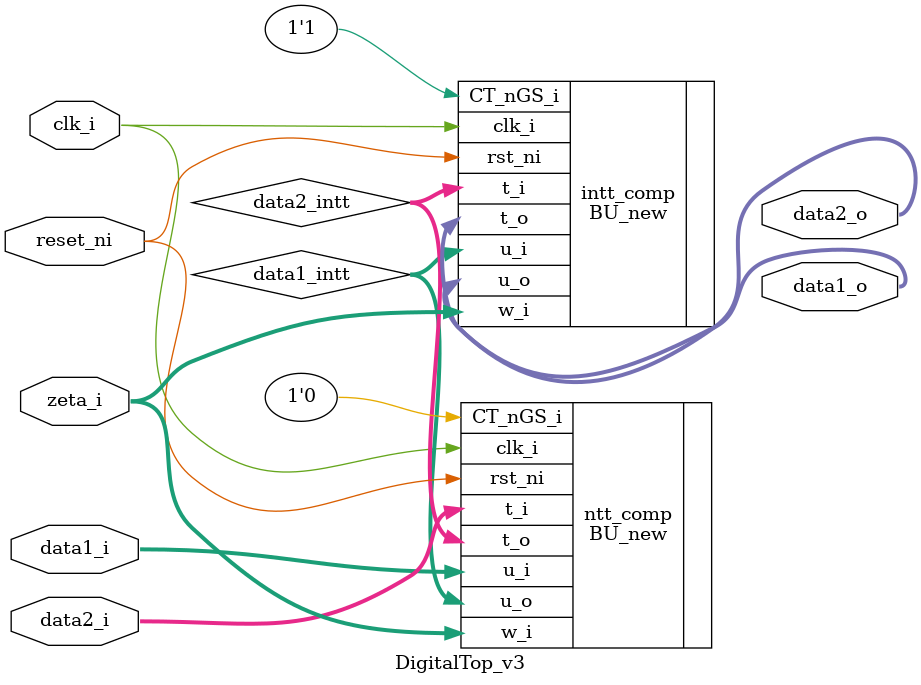
<source format=sv>
module DigitalTop_v3 #(
    parameter DATA_WIDTH = 32     
) (
    input logic reset_ni , clk_i,
    input logic [DATA_WIDTH-1:0] data1_i , data2_i , 
    input logic [DATA_WIDTH-1:0] zeta_i ,

    output logic [DATA_WIDTH-1:0] data2_o , data1_o 
);
    logic  [DATA_WIDTH-1:0] data1_intt , data2_intt ;
    
    BU_new ntt_comp (
        .rst_ni(reset_ni) ,
        .clk_i(clk_i),
        .u_i(data1_i) ,
        .CT_nGS_i(1'b0) ,
        .t_i(data2_i) ,
        .w_i(zeta_i) ,

        .u_o (data1_intt) ,
        .t_o (data2_intt) 
    );

    BU_new intt_comp (
        .rst_ni(reset_ni) ,
        .clk_i(clk_i),
        .u_i(data1_intt) ,
        .t_i(data2_intt) ,
        .CT_nGS_i(1'b1) ,
        .w_i(zeta_i) ,

        .u_o (data1_o) ,
        .t_o (data2_o) 
    ) ;
endmodule : DigitalTop_v3
</source>
